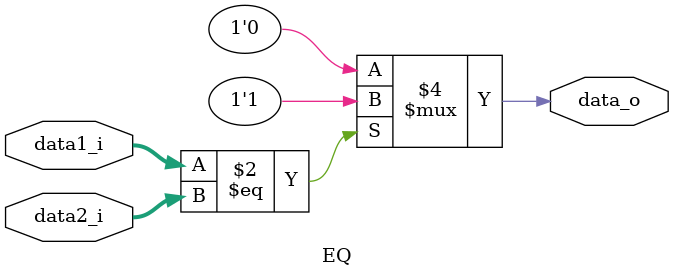
<source format=v>
module EQ
(
  data1_i,
  data2_i,
	data_o
);

input [31:0] data1_i;
input [31:0] data2_i;
output data_o;

reg data_o;

always@(*) begin
    if( data1_i == data2_i )
		  begin
		    data_o = 1'b1;
		  end
		else
		  begin
			  data_o = 1'b0;
			end
end

endmodule

</source>
